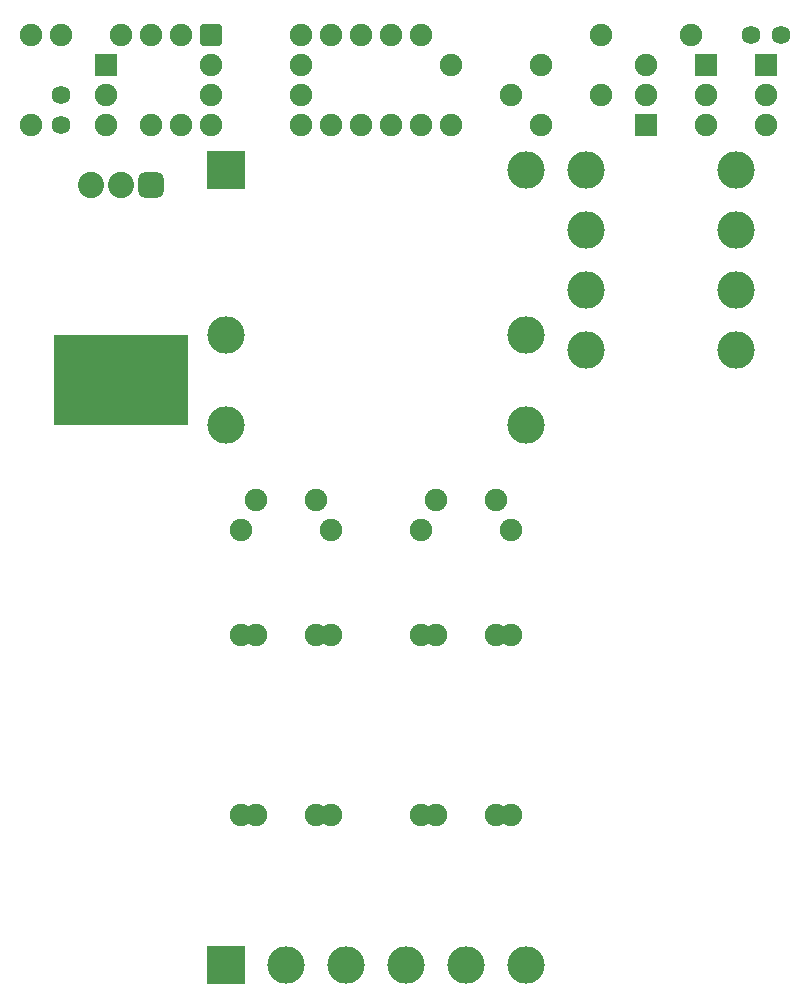
<source format=gbr>
%TF.GenerationSoftware,KiCad,Pcbnew,(6.0.0)*%
%TF.CreationDate,2023-06-01T11:58:54-04:00*%
%TF.ProjectId,SEPIC,53455049-432e-46b6-9963-61645f706362,rev?*%
%TF.SameCoordinates,Original*%
%TF.FileFunction,Soldermask,Top*%
%TF.FilePolarity,Negative*%
%FSLAX46Y46*%
G04 Gerber Fmt 4.6, Leading zero omitted, Abs format (unit mm)*
G04 Created by KiCad (PCBNEW (6.0.0)) date 2023-06-01 11:58:54*
%MOMM*%
%LPD*%
G01*
G04 APERTURE LIST*
G04 Aperture macros list*
%AMRoundRect*
0 Rectangle with rounded corners*
0 $1 Rounding radius*
0 $2 $3 $4 $5 $6 $7 $8 $9 X,Y pos of 4 corners*
0 Add a 4 corners polygon primitive as box body*
4,1,4,$2,$3,$4,$5,$6,$7,$8,$9,$2,$3,0*
0 Add four circle primitives for the rounded corners*
1,1,$1+$1,$2,$3*
1,1,$1+$1,$4,$5*
1,1,$1+$1,$6,$7*
1,1,$1+$1,$8,$9*
0 Add four rect primitives between the rounded corners*
20,1,$1+$1,$2,$3,$4,$5,0*
20,1,$1+$1,$4,$5,$6,$7,0*
20,1,$1+$1,$6,$7,$8,$9,0*
20,1,$1+$1,$8,$9,$2,$3,0*%
G04 Aperture macros list end*
%ADD10C,3.175000*%
%ADD11C,1.905000*%
%ADD12R,1.905000X1.905000*%
%ADD13O,3.500000X3.500000*%
%ADD14RoundRect,0.635000X0.476250X0.476250X-0.476250X0.476250X-0.476250X-0.476250X0.476250X-0.476250X0*%
%ADD15C,2.222500*%
%ADD16R,11.430000X7.620000*%
%ADD17R,3.175000X3.175000*%
%ADD18C,1.587500*%
%ADD19RoundRect,0.381000X-0.571500X-0.571500X0.571500X-0.571500X0.571500X0.571500X-0.571500X0.571500X0*%
G04 APERTURE END LIST*
D10*
%TO.C,D2*%
X208280000Y-45720000D03*
X195580000Y-45720000D03*
%TD*%
D11*
%TO.C,C5*%
X166370000Y-80010000D03*
X167640000Y-80010000D03*
X173990000Y-80010000D03*
X172720000Y-80010000D03*
%TD*%
D12*
%TO.C,T0*%
X154940000Y-31750000D03*
D11*
X154940000Y-34290000D03*
X154940000Y-36830000D03*
%TD*%
D10*
%TO.C,D4*%
X208280000Y-55880000D03*
X195580000Y-55880000D03*
%TD*%
%TO.C,D1*%
X208280000Y-40640000D03*
X195580000Y-40640000D03*
%TD*%
D11*
%TO.C,C0*%
X151130000Y-29210000D03*
X156210000Y-29210000D03*
%TD*%
%TO.C,R2*%
X158750000Y-36830000D03*
X158750000Y-29210000D03*
%TD*%
D13*
%TO.C,T1*%
X156210000Y-58420000D03*
D14*
X158750000Y-41910000D03*
D15*
X156210000Y-41910000D03*
X153670000Y-41910000D03*
D16*
X156210000Y-58420000D03*
%TD*%
D10*
%TO.C,D3*%
X208280000Y-50800000D03*
X195580000Y-50800000D03*
%TD*%
D11*
%TO.C,R4*%
X191770000Y-31750000D03*
X196850000Y-34290000D03*
X191770000Y-36830000D03*
%TD*%
D12*
%TO.C,T3*%
X205740000Y-31750000D03*
D11*
X205740000Y-34290000D03*
X205740000Y-36830000D03*
%TD*%
%TO.C,C4*%
X187960000Y-68580000D03*
X182880000Y-68580000D03*
%TD*%
%TO.C,D6*%
X166370000Y-71120000D03*
X173990000Y-71120000D03*
%TD*%
D10*
%TO.C,C1*%
X190500000Y-62230000D03*
X165100000Y-62230000D03*
%TD*%
D11*
%TO.C,R8*%
X204470000Y-29210000D03*
X196850000Y-29210000D03*
%TD*%
D17*
%TO.C,H0*%
X165100000Y-107950000D03*
D10*
X170180000Y-107950000D03*
X175260000Y-107950000D03*
X180340000Y-107950000D03*
X185420000Y-107950000D03*
X190500000Y-107950000D03*
%TD*%
D11*
%TO.C,D5*%
X189230000Y-71120000D03*
X181610000Y-71120000D03*
%TD*%
D18*
%TO.C,D7*%
X151130000Y-34290000D03*
X151130000Y-36830000D03*
%TD*%
D11*
%TO.C,R1*%
X176530000Y-36830000D03*
X176530000Y-29210000D03*
%TD*%
D17*
%TO.C,L0*%
X165100000Y-40640000D03*
D10*
X165100000Y-54610000D03*
X190500000Y-54610000D03*
X190500000Y-40640000D03*
%TD*%
D11*
%TO.C,R3*%
X184150000Y-31750000D03*
X189230000Y-34290000D03*
X184150000Y-36830000D03*
%TD*%
D12*
%TO.C,T4*%
X210820000Y-31750000D03*
D11*
X210820000Y-34290000D03*
X210820000Y-36830000D03*
%TD*%
%TO.C,R0*%
X173990000Y-29210000D03*
X173990000Y-36830000D03*
%TD*%
%TO.C,R5*%
X179070000Y-36830000D03*
X179070000Y-29210000D03*
%TD*%
D18*
%TO.C,D8*%
X212090000Y-29210000D03*
X209550000Y-29210000D03*
%TD*%
D11*
%TO.C,R7*%
X148590000Y-36830000D03*
X148590000Y-29210000D03*
%TD*%
%TO.C,C2*%
X189230000Y-80010000D03*
X187960000Y-80010000D03*
X181610000Y-80010000D03*
X182880000Y-80010000D03*
%TD*%
%TO.C,C7*%
X167640000Y-68580000D03*
X172720000Y-68580000D03*
%TD*%
D19*
%TO.C,IC0*%
X163830000Y-29210000D03*
D11*
X163830000Y-31750000D03*
X163830000Y-34290000D03*
X163830000Y-36830000D03*
X171450000Y-36830000D03*
X171450000Y-34290000D03*
X171450000Y-31750000D03*
X171450000Y-29210000D03*
%TD*%
%TO.C,C6*%
X167640000Y-95250000D03*
X166370000Y-95250000D03*
X173990000Y-95250000D03*
X172720000Y-95250000D03*
%TD*%
D12*
%TO.C,T2*%
X200660000Y-36830000D03*
D11*
X200660000Y-34290000D03*
X200660000Y-31750000D03*
%TD*%
%TO.C,C3*%
X189230000Y-95250000D03*
X187960000Y-95250000D03*
X181610000Y-95250000D03*
X182880000Y-95250000D03*
%TD*%
%TO.C,R6*%
X181610000Y-29210000D03*
X181610000Y-36830000D03*
%TD*%
%TO.C,D0*%
X161290000Y-36830000D03*
X161290000Y-29210000D03*
%TD*%
M02*

</source>
